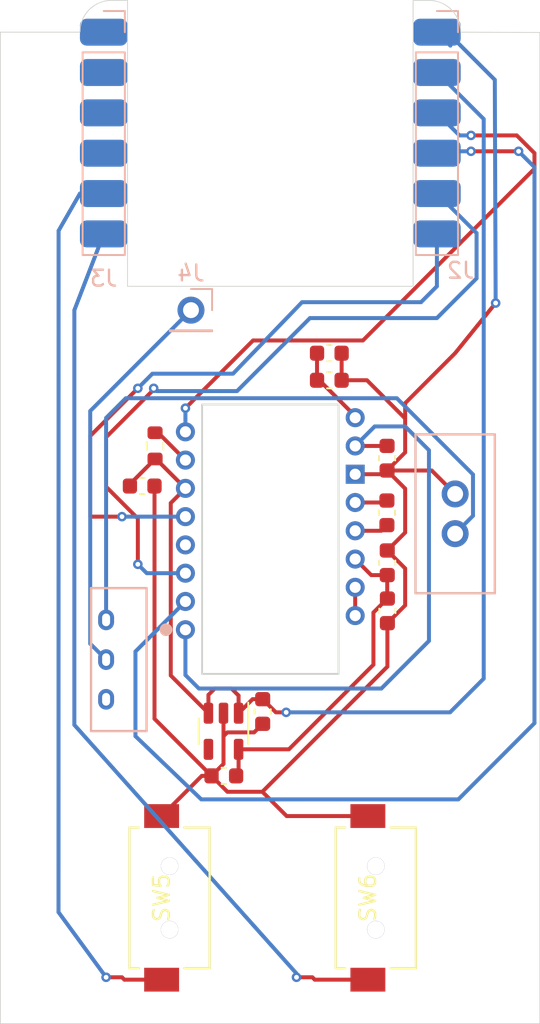
<source format=kicad_pcb>
(kicad_pcb (version 20240108) (generator "pcbnew") (generator_version "8.0")
  (layers (0 "F.Cu" signal) (31 "B.Cu" signal) (34 "B.Paste" user) (35 "F.Paste" user) (36 "B.SilkS" user "B.Silkscreen") (37 "F.SilkS" user "F.Silkscreen") (38 "B.Mask" user) (39 "F.Mask" user) (44 "Edge.Cuts" user))
  (net 0 "")
  (net 1 "GND")
  (net 2 "Net-(U2-+VCSEL)")
  (net 3 "+1V9")
  (net 4 "VCC")
  (net 5 "Net-(U2-CN)")
  (net 6 "Net-(U2-CP)")
  (net 7 "Net-(U2-VCP)")
  (net 8 "MOTION_2")
  (net 9 "NCS_2")
  (net 10 "SCLK_2")
  (net 11 "SDIO_2")
  (net 12 "Net-(U2-NRESET)")
  (net 15 "Net-(U2--VCSEL)")
  (net 16 "VBAT")
  (net 17 "BAT_p")
  (net 19 "pin1")
  (net 20 "pin2")
  (net 21 "pin3")
  (net 22 "pin4")
  (net 23 "pin5")
  (net 24 "pin6")
  (footprint "Package_TO_SOT_SMD:SOT-23-5" (layer "F.Cu") (at 77.0625 99.491 -90)
    (property "Reference" "U1" (hide yes))
    (property "Value" "TCR2EF19")
    (fp_line (start 0 1.56) (end -0.8 1.56) (stroke (width 0.12)) (layer "F.SilkS"))
    (fp_line (start 0 1.56) (end 0.8 1.56) (stroke (width 0.12)) (layer "F.SilkS"))
    (fp_line (start 0 -1.56) (end -1.8 -1.56) (stroke (width 0.12)) (layer "F.SilkS"))
    (fp_line (start 0 -1.56) (end 0.8 -1.56) (stroke (width 0.12)) (layer "F.SilkS"))
    (pad "1" smd roundrect (at -1.1375 -0.95 270) (size 1.325 0.6) (layers "F.Cu" "F.Paste" "F.Mask") (net 4 "VCC"))
    (pad "2" smd roundrect (at -1.1375 0 270) (size 1.325 0.6) (layers "F.Cu" "F.Paste" "F.Mask") (net 1 "GND"))
    (pad "3" smd roundrect (at -1.1375 0.95 270) (size 1.325 0.6) (layers "F.Cu" "F.Paste" "F.Mask") (net 4 "VCC"))
    (pad "4" smd roundrect (at 1.1375 0.95 270) (size 1.325 0.6) (layers "F.Cu" "F.Paste" "F.Mask"))
    (pad "5" smd roundrect (at 1.1375 -0.95 270) (size 1.325 0.6) (layers "F.Cu" "F.Paste" "F.Mask") (net 3 "+1V9"))
  )
  (footprint "Capacitor_SMD:C_0603_1608Metric" (layer "F.Cu") (at 87.3925 91.911 -90)
    (property "Reference" "C3" (hide yes))
    (property "Value" "3.3u/16V")
    (fp_line (start -0.14058 0.51) (end 0.14058 0.51) (stroke (width 0.12)) (layer "F.SilkS"))
    (fp_line (start -0.14058 -0.51) (end 0.14058 -0.51) (stroke (width 0.12)) (layer "F.SilkS"))
    (pad "1" smd roundrect (at -0.775 0 270) (size 0.9 0.95) (layers "F.Cu" "F.Paste" "F.Mask") (net 3 "+1V9"))
    (pad "2" smd roundrect (at 0.775 0 270) (size 0.9 0.95) (layers "F.Cu" "F.Paste" "F.Mask") (net 1 "GND"))
  )
  (footprint "Capacitor_SMD:C_0603_1608Metric" (layer "F.Cu") (at 87.3825 88.886 90)
    (property "Reference" "C2" (hide yes))
    (property "Value" "100n")
    (fp_line (start -0.14058 -0.51) (end 0.14058 -0.51) (stroke (width 0.12)) (layer "F.SilkS"))
    (fp_line (start -0.14058 0.51) (end 0.14058 0.51) (stroke (width 0.12)) (layer "F.SilkS"))
    (pad "1" smd roundrect (at -0.775 0 90) (size 0.9 0.95) (layers "F.Cu" "F.Paste" "F.Mask") (net 3 "+1V9"))
    (pad "2" smd roundrect (at 0.775 0 90) (size 0.9 0.95) (layers "F.Cu" "F.Paste" "F.Mask") (net 1 "GND"))
  )
  (footprint "Capacitor_SMD:C_0603_1608Metric" (layer "F.Cu") (at 71.9385 84.0535)
    (property "Reference" "C7" (hide yes))
    (property "Value" "100n")
    (fp_line (start -0.14058 -0.51) (end 0.14058 -0.51) (stroke (width 0.12)) (layer "F.SilkS"))
    (fp_line (start -0.14058 0.51) (end 0.14058 0.51) (stroke (width 0.12)) (layer "F.SilkS"))
    (pad "1" smd roundrect (at -0.775 0) (size 0.9 0.95) (layers "F.Cu" "F.Paste" "F.Mask") (net 4 "VCC"))
    (pad "2" smd roundrect (at 0.775 0) (size 0.9 0.95) (layers "F.Cu" "F.Paste" "F.Mask") (net 1 "GND"))
  )
  (footprint "Capacitor_SMD:C_0603_1608Metric" (layer "F.Cu") (at 87.3725 82.301 -90)
    (property "Reference" "C1" (hide yes))
    (property "Value" "10n")
    (fp_line (start -0.14058 0.51) (end 0.14058 0.51) (stroke (width 0.12)) (layer "F.SilkS"))
    (fp_line (start -0.14058 -0.51) (end 0.14058 -0.51) (stroke (width 0.12)) (layer "F.SilkS"))
    (pad "1" smd roundrect (at -0.775 0 270) (size 0.9 0.95) (layers "F.Cu" "F.Paste" "F.Mask") (net 2 "Net-(U2-+VCSEL)"))
    (pad "2" smd roundrect (at 0.775 0 270) (size 0.9 0.95) (layers "F.Cu" "F.Paste" "F.Mask") (net 1 "GND"))
  )
  (footprint "Capacitor_SMD:C_0603_1608Metric" (layer "F.Cu") (at 83.7325 77.3935)
    (property "Reference" "C8" (hide yes))
    (property "Value" "10u (X7R)")
    (fp_line (start -0.14058 -0.51) (end 0.14058 -0.51) (stroke (width 0.12)) (layer "F.SilkS"))
    (fp_line (start -0.14058 0.51) (end 0.14058 0.51) (stroke (width 0.12)) (layer "F.SilkS"))
    (pad "1" smd roundrect (at -0.775 0) (size 0.9 0.95) (layers "F.Cu" "F.Paste" "F.Mask") (net 7 "Net-(U2-VCP)"))
    (pad "2" smd roundrect (at 0.775 0) (size 0.9 0.95) (layers "F.Cu" "F.Paste" "F.Mask") (net 1 "GND"))
  )
  (footprint "Capacitor_SMD:C_0603_1608Metric" (layer "F.Cu") (at 79.5325 98.246 90)
    (property "Reference" "C4" (hide yes))
    (property "Value" "0.1u" (hide yes))
    (fp_line (start -0.14058 -0.51) (end 0.14058 -0.51) (stroke (width 0.12)) (layer "F.SilkS"))
    (fp_line (start -0.14058 0.51) (end 0.14058 0.51) (stroke (width 0.12)) (layer "F.SilkS"))
    (pad "1" smd roundrect (at -0.775 0 90) (size 0.9 0.95) (layers "F.Cu" "F.Paste" "F.Mask") (net 1 "GND"))
    (pad "2" smd roundrect (at 0.775 0 90) (size 0.9 0.95) (layers "F.Cu" "F.Paste" "F.Mask") (net 4 "VCC"))
  )
  (footprint "D2LS_21_20M:SW_D2LS-11_2_OMR" (layer "F.Cu") (at 73.6625 109.98 90)
    (property "Reference" "SW5" (at 0 -0.5 90) (layer "F.SilkS"))
    (property "Value" "D2LS-21")
    (fp_line (start 4.427003 -2.527) (end 4.427003 -1.93274) (stroke (width 0.1524)) (layer "F.SilkS"))
    (fp_line (start -4.427 -2.527) (end 4.427003 -2.527) (stroke (width 0.1524)) (layer "F.SilkS"))
    (fp_line (start -4.427 -1.93274) (end -4.427 -2.527) (stroke (width 0.1524)) (layer "F.SilkS"))
    (fp_line (start 4.427003 0.93274) (end 4.427003 2.526999) (stroke (width 0.1524)) (layer "F.SilkS"))
    (fp_line (start 4.427003 2.526999) (end -4.427 2.526999) (stroke (width 0.1524)) (layer "F.SilkS"))
    (fp_line (start -4.427 2.526999) (end -4.427 0.93274) (stroke (width 0.1524)) (layer "F.SilkS"))
    (pad "1" smd rect (at -5.149999 -0.5 90) (size 1.5 2.2) (layers "F.Cu" "F.Paste" "F.Mask") (net 23 "pin5"))
    (pad "2" smd rect (at 5.150001 -0.5 90) (size 1.5 2.2) (layers "F.Cu" "F.Paste" "F.Mask") (net 1 "GND"))
    (pad "3" thru_hole circle (at -2 0 90) (size 1.1 1.1) (drill 1.0922) (layers "*.Cu" "*.Mask"))
    (pad "4" thru_hole circle (at 2 0 90) (size 1.1 1.1) (drill 1.0922) (layers "*.Cu" "*.Mask"))
  )
  (footprint "Capacitor_SMD:C_0603_1608Metric" (layer "F.Cu") (at 87.3625 85.741 90)
    (property "Reference" "C6" (hide yes))
    (property "Value" "100n (X7R)")
    (fp_line (start -0.14058 -0.51) (end 0.14058 -0.51) (stroke (width 0.12)) (layer "F.SilkS"))
    (fp_line (start -0.14058 0.51) (end 0.14058 0.51) (stroke (width 0.12)) (layer "F.SilkS"))
    (pad "1" smd roundrect (at -0.775 0 90) (size 0.9 0.95) (layers "F.Cu" "F.Paste" "F.Mask") (net 5 "Net-(U2-CN)"))
    (pad "2" smd roundrect (at 0.775 0 90) (size 0.9 0.95) (layers "F.Cu" "F.Paste" "F.Mask") (net 6 "Net-(U2-CP)"))
  )
  (footprint "Capacitor_SMD:C_0603_1608Metric" (layer "F.Cu") (at 83.7325 75.6895)
    (property "Reference" "C9" (hide yes))
    (property "Value" "10n (X7R)")
    (fp_line (start -0.14058 -0.51) (end 0.14058 -0.51) (stroke (width 0.12)) (layer "F.SilkS"))
    (fp_line (start -0.14058 0.51) (end 0.14058 0.51) (stroke (width 0.12)) (layer "F.SilkS"))
    (pad "1" smd roundrect (at -0.775 0) (size 0.9 0.95) (layers "F.Cu" "F.Paste" "F.Mask") (net 7 "Net-(U2-VCP)"))
    (pad "2" smd roundrect (at 0.775 0) (size 0.9 0.95) (layers "F.Cu" "F.Paste" "F.Mask") (net 1 "GND"))
  )
  (footprint "Resistor_SMD:R_0603_1608Metric" (layer "F.Cu") (at 72.7485 81.5235 -90)
    (property "Reference" "R1" (hide yes))
    (property "Value" "2M" (hide yes))
    (fp_line (start -0.237258 0.5225) (end 0.237258 0.5225) (stroke (width 0.12)) (layer "F.SilkS"))
    (fp_line (start -0.237258 -0.5225) (end 0.237258 -0.5225) (stroke (width 0.12)) (layer "F.SilkS"))
    (pad "1" smd roundrect (at -0.825 0 270) (size 0.8 0.95) (layers "F.Cu" "F.Paste" "F.Mask") (net 12 "Net-(U2-NRESET)"))
    (pad "2" smd roundrect (at 0.825 0 270) (size 0.8 0.95) (layers "F.Cu" "F.Paste" "F.Mask") (net 4 "VCC"))
  )
  (footprint "D2LS_21_20M:SW_D2LS-11_2_OMR" (layer "F.Cu") (at 86.6625 109.98 90)
    (property "Reference" "SW6" (at 0 -0.5 90) (layer "F.SilkS"))
    (property "Value" "D2LS-21")
    (fp_line (start 4.427003 -2.527) (end 4.427003 -1.93274) (stroke (width 0.1524)) (layer "F.SilkS"))
    (fp_line (start -4.427 -2.527) (end 4.427003 -2.527) (stroke (width 0.1524)) (layer "F.SilkS"))
    (fp_line (start -4.427 -1.93274) (end -4.427 -2.527) (stroke (width 0.1524)) (layer "F.SilkS"))
    (fp_line (start 4.427003 0.93274) (end 4.427003 2.526999) (stroke (width 0.1524)) (layer "F.SilkS"))
    (fp_line (start 4.427003 2.526999) (end -4.427 2.526999) (stroke (width 0.1524)) (layer "F.SilkS"))
    (fp_line (start -4.427 2.526999) (end -4.427 0.93274) (stroke (width 0.1524)) (layer "F.SilkS"))
    (pad "1" smd rect (at -5.149999 -0.5 90) (size 1.5 2.2) (layers "F.Cu" "F.Paste" "F.Mask") (net 24 "pin6"))
    (pad "2" smd rect (at 5.150001 -0.5 90) (size 1.5 2.2) (layers "F.Cu" "F.Paste" "F.Mask") (net 1 "GND"))
    (pad "3" thru_hole circle (at -2 0 90) (size 1.1 1.1) (drill 1.0922) (layers "*.Cu" "*.Mask"))
    (pad "4" thru_hole circle (at 2 0 90) (size 1.1 1.1) (drill 1.0922) (layers "*.Cu" "*.Mask"))
  )
  (footprint "Capacitor_SMD:C_0603_1608Metric" (layer "F.Cu") (at 77.0825 102.301 180)
    (property "Reference" "C5" (hide yes))
    (property "Value" "1u" (hide yes))
    (fp_line (start -0.14058 0.51) (end 0.14058 0.51) (stroke (width 0.12)) (layer "F.SilkS"))
    (fp_line (start -0.14058 -0.51) (end 0.14058 -0.51) (stroke (width 0.12)) (layer "F.SilkS"))
    (pad "1" smd roundrect (at -0.775 0 180) (size 0.9 0.95) (layers "F.Cu" "F.Paste" "F.Mask") (net 3 "+1V9"))
    (pad "2" smd roundrect (at 0.775 0 180) (size 0.9 0.95) (layers "F.Cu" "F.Paste" "F.Mask") (net 1 "GND"))
  )
  (footprint "Connector_PinHeader_2.54mm:PinHeader_1x06_P2.54mm_Vertical" (layer "B.Cu") (at 69.5125 55.48 180)
    (property "Reference" "J3" (at 0 -15.5 0) (layer "B.SilkS") (effects (justify mirror)))
    (property "Value" "Conn_01x06")
    (fp_line (start 1.33 -1.27) (end 1.33 -14.03) (stroke (width 0.12)) (layer "B.SilkS"))
    (fp_line (start -1.33 1.33) (end 0 1.33) (stroke (width 0.12)) (layer "B.SilkS"))
    (fp_line (start -1.33 0) (end -1.33 1.33) (stroke (width 0.12)) (layer "B.SilkS"))
    (fp_line (start -1.33 -1.27) (end 1.33 -1.27) (stroke (width 0.12)) (layer "B.SilkS"))
    (fp_line (start -1.33 -1.27) (end -1.33 -14.03) (stroke (width 0.12)) (layer "B.SilkS"))
    (fp_line (start -1.33 -14.03) (end 1.33 -14.03) (stroke (width 0.12)) (layer "B.SilkS"))
    (pad "1" smd roundrect (at 0 0 180) (size 3 1.7) (layers "B.Cu" "B.Paste" "B.Mask") (net 19 "pin1"))
    (pad "2" smd roundrect (at 0 -2.54 180) (size 3 1.7) (layers "B.Cu" "B.Paste" "B.Mask") (net 20 "pin2"))
    (pad "3" smd roundrect (at 0 -5.08 180) (size 3 1.7) (layers "B.Cu" "B.Paste" "B.Mask") (net 21 "pin3"))
    (pad "4" smd roundrect (at 0 -7.62 180) (size 3 1.7) (layers "B.Cu" "B.Paste" "B.Mask") (net 22 "pin4"))
    (pad "5" smd roundrect (at 0 -10.16 180) (size 3 1.7) (layers "B.Cu" "B.Paste" "B.Mask") (net 23 "pin5"))
    (pad "6" smd roundrect (at 0 -12.7 180) (size 3 1.7) (layers "B.Cu" "B.Paste" "B.Mask") (net 24 "pin6"))
  )
  (footprint "Connector_PinHeader_2.54mm:PinHeader_1x06_P2.54mm_Vertical" (layer "B.Cu") (at 90.5125 55.48 180)
    (property "Reference" "J2" (at -1.5 -15 0) (layer "B.SilkS") (effects (justify mirror)))
    (property "Value" "Conn_01x06")
    (fp_line (start 1.33 -1.27) (end 1.33 -14.03) (stroke (width 0.12)) (layer "B.SilkS"))
    (fp_line (start -1.33 1.33) (end 0 1.33) (stroke (width 0.12)) (layer "B.SilkS"))
    (fp_line (start -1.33 0) (end -1.33 1.33) (stroke (width 0.12)) (layer "B.SilkS"))
    (fp_line (start -1.33 -1.27) (end 1.33 -1.27) (stroke (width 0.12)) (layer "B.SilkS"))
    (fp_line (start -1.33 -1.27) (end -1.33 -14.03) (stroke (width 0.12)) (layer "B.SilkS"))
    (fp_line (start -1.33 -14.03) (end 1.33 -14.03) (stroke (width 0.12)) (layer "B.SilkS"))
    (pad "1" smd roundrect (at 0 0 180) (size 3 1.7) (layers "B.Cu" "B.Paste" "B.Mask") (net 1 "GND"))
    (pad "2" smd roundrect (at 0 -2.54 180) (size 3 1.7) (layers "B.Cu" "B.Paste" "B.Mask") (net 4 "VCC"))
    (pad "3" smd roundrect (at 0 -5.08 180) (size 3 1.7) (layers "B.Cu" "B.Paste" "B.Mask") (net 8 "MOTION_2"))
    (pad "4" smd roundrect (at 0 -7.62 180) (size 3 1.7) (layers "B.Cu" "B.Paste" "B.Mask") (net 11 "SDIO_2"))
    (pad "5" smd roundrect (at 0 -10.16 180) (size 3 1.7) (layers "B.Cu" "B.Paste" "B.Mask") (net 10 "SCLK_2"))
    (pad "6" smd roundrect (at 0 -12.7 180) (size 3 1.7) (layers "B.Cu" "B.Paste" "B.Mask") (net 9 "NCS_2"))
  )
  (footprint "Connector_PinHeader_2.54mm:PinHeader_1x01_P2.54mm_Vertical" (layer "B.Cu") (at 75.0125 72.98 180)
    (property "Reference" "J4" (at 0 2.33 0) (layer "B.SilkS") (effects (justify mirror)))
    (property "Value" "Conn_01x01")
    (fp_line (start 1.33 -1.27) (end 1.33 -1.33) (stroke (width 0.12)) (layer "B.SilkS"))
    (fp_line (start -1.33 1.33) (end 0 1.33) (stroke (width 0.12)) (layer "B.SilkS"))
    (fp_line (start -1.33 0) (end -1.33 1.33) (stroke (width 0.12)) (layer "B.SilkS"))
    (fp_line (start -1.33 -1.27) (end 1.33 -1.27) (stroke (width 0.12)) (layer "B.SilkS"))
    (fp_line (start -1.33 -1.27) (end -1.33 -1.33) (stroke (width 0.12)) (layer "B.SilkS"))
    (fp_line (start -1.33 -1.33) (end 1.33 -1.33) (stroke (width 0.12)) (layer "B.SilkS"))
    (pad "1" thru_hole circle (at 0 0 180) (size 1.7 1.7) (drill 1) (layers "*.Cu" "*.Mask") (net 17 "BAT_p"))
  )
  (footprint "mylib:PMW3610" (layer "B.Cu") (at 74.6625 93.1)
    (property "Reference" "U2" (hide yes))
    (property "Value" "PMW3610")
    (fp_circle (center -1.225 0) (end -1.025 0) (stroke (width 0.4)) (fill none) (layer "B.SilkS"))
    (fp_line (start 1.05 -14.18) (end 9.65 -14.18) (stroke (width 0.12)) (layer "Edge.Cuts"))
    (fp_line (start 1.05 2.78) (end 1.05 -14.18) (stroke (width 0.12)) (layer "Edge.Cuts"))
    (fp_line (start 1.05 2.78) (end 9.65 2.78) (stroke (width 0.12)) (layer "Edge.Cuts"))
    (fp_line (start 9.65 2.78) (end 9.65 -14.18) (stroke (width 0.12)) (layer "Edge.Cuts"))
    (pad "1" thru_hole circle (at 0 0) (size 1.2 1.2) (drill 0.7) (layers "*.Cu" "*.Mask") (net 2 "Net-(U2-+VCSEL)"))
    (pad "2" thru_hole circle (at 0 -1.78) (size 1.2 1.2) (drill 0.7) (layers "*.Cu" "*.Mask") (net 11 "SDIO_2"))
    (pad "3" thru_hole circle (at 0 -3.56) (size 1.2 1.2) (drill 0.7) (layers "*.Cu" "*.Mask") (net 10 "SCLK_2"))
    (pad "4" thru_hole circle (at 0 -5.34) (size 1.2 1.2) (drill 0.7) (layers "*.Cu" "*.Mask"))
    (pad "5" thru_hole circle (at 0 -7.12) (size 1.2 1.2) (drill 0.7) (layers "*.Cu" "*.Mask") (net 9 "NCS_2"))
    (pad "6" thru_hole circle (at 0 -8.9) (size 1.2 1.2) (drill 0.7) (layers "*.Cu" "*.Mask") (net 4 "VCC"))
    (pad "7" thru_hole circle (at 0 -10.68) (size 1.2 1.2) (drill 0.7) (layers "*.Cu" "*.Mask") (net 12 "Net-(U2-NRESET)"))
    (pad "8" thru_hole circle (at 0 -12.46) (size 1.2 1.2) (drill 0.7) (layers "*.Cu" "*.Mask") (net 8 "MOTION_2"))
    (pad "9" thru_hole circle (at 10.7 -13.35) (size 1.2 1.2) (drill 0.7) (layers "*.Cu" "*.Mask") (net 7 "Net-(U2-VCP)"))
    (pad "10" thru_hole circle (at 10.7 -11.57) (size 1.2 1.2) (drill 0.7) (layers "*.Cu" "*.Mask") (net 2 "Net-(U2-+VCSEL)"))
    (pad "11" thru_hole rect (at 10.7 -9.79) (size 1.2 1.2) (drill 0.7) (layers "*.Cu" "*.Mask") (net 1 "GND"))
    (pad "12" thru_hole circle (at 10.7 -8.01) (size 1.2 1.2) (drill 0.7) (layers "*.Cu" "*.Mask") (net 6 "Net-(U2-CP)"))
    (pad "13" thru_hole circle (at 10.7 -6.23) (size 1.2 1.2) (drill 0.7) (layers "*.Cu" "*.Mask") (net 5 "Net-(U2-CN)"))
    (pad "14" thru_hole circle (at 10.7 -4.45) (size 1.2 1.2) (drill 0.7) (layers "*.Cu" "*.Mask") (net 3 "+1V9"))
    (pad "15" thru_hole circle (at 10.7 -2.67) (size 1.2 1.2) (drill 0.7) (layers "*.Cu" "*.Mask") (net 15 "Net-(U2--VCSEL)"))
    (pad "16" thru_hole circle (at 10.7 -0.89) (size 1.2 1.2) (drill 0.7) (layers "*.Cu" "*.Mask") (net 15 "Net-(U2--VCSEL)"))
  )
  (footprint "kbd_Parts:Battery_2pin" (layer "B.Cu") (at 91.6625 85.801 90)
    (property "Reference" "J1")
    (property "Value" "Conn_01x02" (hide yes))
    (fp_line (start 5 -2.5) (end -5 -2.5) (stroke (width 0.15)) (layer "B.SilkS"))
    (fp_line (start -5 -2.5) (end -5 2.5) (stroke (width 0.15)) (layer "B.SilkS"))
    (fp_line (start 5 2.5) (end 5 -2.5) (stroke (width 0.15)) (layer "B.SilkS"))
    (fp_line (start -5 2.5) (end 5 2.5) (stroke (width 0.15)) (layer "B.SilkS"))
    (pad "1" thru_hole oval (at -1.249999 0 90) (size 1.7 1.7) (drill oval 1) (layers "*.Cu" "*.Mask") (net 16 "VBAT") (clearance 0.15))
    (pad "2" thru_hole oval (at 1.249999 0 90) (size 1.7 1.7) (drill oval 1) (layers "*.Cu" "*.Mask") (net 1 "GND") (clearance 0.15))
  )
  (footprint "kbd_Parts:TGSW_MSK-12D19" (layer "B.Cu") (at 70.7125 94.98 90)
    (property "Reference" "PSW1")
    (property "Value" "SW_SPDT" (hide yes))
    (fp_line (start 4.5 -2) (end -4.5 -2) (stroke (width 0.15)) (layer "B.SilkS"))
    (fp_line (start -4.5 -2) (end -4.5 1.5) (stroke (width 0.15)) (layer "B.SilkS"))
    (fp_line (start 4.5 1.5) (end 4.5 -2) (stroke (width 0.15)) (layer "B.SilkS"))
    (fp_line (start -4.5 1.5) (end 4.5 1.5) (stroke (width 0.15)) (layer "B.SilkS"))
    (pad "1" thru_hole oval (at -2.5 -1.05 90) (size 1.3 1) (drill oval 0.8 0.5) (layers "*.Cu" "*.Mask") (clearance 0.15))
    (pad "2" thru_hole oval (at 0 -1.05 90) (size 1.3 1) (drill oval 0.8 0.5) (layers "*.Cu" "*.Mask") (net 17 "BAT_p") (clearance 0.15))
    (pad "3" thru_hole oval (at 2.5 -1.05 90) (size 1.3 1) (drill oval 0.8 0.5) (layers "*.Cu" "*.Mask") (net 16 "VBAT") (clearance 0.15))
  )
  (gr_arc (start 68.0125 55.48) (mid 68.598286 54.065786) (end 70.0125 53.48) (stroke (width 0.05)) (layer "Edge.Cuts"))
  (gr_arc (start 90.0125 53.48) (mid 91.426714 54.065786) (end 92.0125 55.48) (stroke (width 0.05)) (layer "Edge.Cuts"))
  (gr_line (start 89.0125 71.48) (end 89.0125 53.48) (stroke (width 0.05)) (layer "Edge.Cuts"))
  (gr_line (start 68.0125 55.48) (end 63 55.48) (stroke (width 0.05)) (layer "Edge.Cuts"))
  (gr_line (start 71.0125 71.48) (end 89.0125 71.48) (stroke (width 0.05)) (layer "Edge.Cuts"))
  (gr_line (start 71.0125 71.48) (end 71.0125 53.48) (stroke (width 0.05)) (layer "Edge.Cuts"))
  (gr_line (start 90.0125 53.48) (end 89.0125 53.48) (stroke (width 0.05)) (layer "Edge.Cuts"))
  (gr_line (start 97 55.5) (end 92.0125 55.48) (stroke (width 0.05)) (layer "Edge.Cuts"))
  (gr_line (start 63 55.48) (end 63 117.9) (stroke (width 0.05)) (layer "Edge.Cuts"))
  (gr_line (start 97 117.9) (end 97 55.5) (stroke (width 0.05)) (layer "Edge.Cuts"))
  (gr_line (start 63 117.9) (end 97 117.9) (stroke (width 0.05)) (layer "Edge.Cuts"))
  (gr_line (start 70.0125 53.48) (end 71.0125 53.48) (stroke (width 0.05)) (layer "Edge.Cuts"))
  (segment (start 88.5125 86.981) (end 88.5125 84.216) (width 0.25) (layer "F.Cu") (net 1))
  (segment (start 75.691499 102.301) (end 76.3075 102.301) (width 0.25) (layer "F.Cu") (net 1))
  (segment (start 86.1625 104.829999) (end 81.041499 104.829999) (width 0.25) (layer "F.Cu") (net 1))
  (segment (start 91.6625 84.551001) (end 90.187499 83.076) (width 0.25) (layer "F.Cu") (net 1))
  (segment (start 88.5125 91.566) (end 88.5125 89.241) (width 0.25) (layer "F.Cu") (net 1))
  (segment (start 72.7135 98.707) (end 76.3075 102.301) (width 0.25) (layer "F.Cu") (net 1))
  (segment (start 81.041499 104.829999) (end 79.5125 103.301) (width 0.25) (layer "F.Cu") (net 1))
  (segment (start 72.7135 84.0535) (end 72.7135 98.707) (width 0.25) (layer "F.Cu") (net 1))
  (segment (start 77.0625 99.801) (end 77.0625 101.546) (width 0.25) (layer "F.Cu") (net 1))
  (segment (start 73.1625 104.829999) (end 75.691499 102.301) (width 0.25) (layer "F.Cu") (net 1))
  (segment (start 88.5125 78.8395) (end 88.5125 79.801) (width 0.25) (layer "F.Cu") (net 1))
  (segment (start 87.1385 83.31) (end 87.3725 83.076) (width 0.25) (layer "F.Cu") (net 1))
  (segment (start 87.3925 95.421) (end 79.5125 103.301) (width 0.25) (layer "F.Cu") (net 1))
  (segment (start 77.0625 98.3535) (end 77.0625 99.801) (width 0.25) (layer "F.Cu") (net 1))
  (segment (start 77.0625 101.546) (end 76.3075 102.301) (width 0.25) (layer "F.Cu") (net 1))
  (segment (start 77.300876 99.562624) (end 77.0625 99.801) (width 0.25) (layer "F.Cu") (net 1))
  (segment (start 87.3925 92.686) (end 87.3925 95.421) (width 0.25) (layer "F.Cu") (net 1))
  (segment (start 84.5075 75.6895) (end 84.5075 77.3935) (width 0.25) (layer "F.Cu") (net 1))
  (segment (start 85.3625 83.31) (end 87.1385 83.31) (width 0.25) (layer "F.Cu") (net 1))
  (segment (start 87.3825 88.111) (end 88.5125 86.981) (width 0.25) (layer "F.Cu") (net 1))
  (segment (start 86.105 77.3935) (end 88.5125 79.801) (width 0.25) (layer "F.Cu") (net 1))
  (segment (start 79.5325 99.021) (end 78.990876 99.562624) (width 0.25) (layer "F.Cu") (net 1))
  (segment (start 88.5125 84.216) (end 87.3725 83.076) (width 0.25) (layer "F.Cu") (net 1))
  (segment (start 78.990876 99.562624) (end 77.300876 99.562624) (width 0.25) (layer "F.Cu") (net 1))
  (segment (start 90.187499 83.076) (end 87.3725 83.076) (width 0.25) (layer "F.Cu") (net 1))
  (segment (start 94.215373 72.532873) (end 91.6625 75.6895) (width 0.25) (layer "F.Cu") (net 1))
  (segment (start 84.5075 77.3935) (end 86.105 77.3935) (width 0.25) (layer "F.Cu") (net 1))
  (segment (start 91.6625 75.6895) (end 88.5125 78.8395) (width 0.25) (layer "F.Cu") (net 1))
  (segment (start 88.5125 89.241) (end 87.3825 88.111) (width 0.25) (layer "F.Cu") (net 1))
  (segment (start 88.5125 79.801) (end 88.5125 81.936) (width 0.25) (layer "F.Cu") (net 1))
  (segment (start 77.3075 103.301) (end 76.3075 102.301) (width 0.25) (layer "F.Cu") (net 1))
  (segment (start 88.5125 81.936) (end 87.3725 83.076) (width 0.25) (layer "F.Cu") (net 1))
  (segment (start 79.5125 103.301) (end 77.3075 103.301) (width 0.25) (layer "F.Cu") (net 1))
  (segment (start 87.3925 92.686) (end 88.5125 91.566) (width 0.25) (layer "F.Cu") (net 1))
  (via (at 94.215373 72.532873) (size 0.6) (drill 0.3) (layers "F.Cu" "B.Cu") (net 1))
  (segment (start 91.3625 56.33) (end 90.5125 55.48) (width 0.25) (layer "B.Cu") (net 1))
  (segment (start 94.1625 58.48) (end 91.1625 55.48) (width 0.25) (layer "B.Cu") (net 1))
  (segment (start 91.1625 55.48) (end 90.5125 55.48) (width 0.25) (layer "B.Cu") (net 1))
  (segment (start 94.215373 72.532873) (end 94.1625 58.48) (width 0.25) (layer "B.Cu") (net 1))
  (segment (start 87.3685 81.53) (end 87.3725 81.526) (width 0.25) (layer "F.Cu") (net 2))
  (segment (start 85.3625 81.53) (end 87.3685 81.53) (width 0.25) (layer "F.Cu") (net 2))
  (segment (start 90.0125 81.801) (end 88.5125 80.301) (width 0.25) (layer "B.Cu") (net 2))
  (segment (start 86.5915 80.301) (end 85.3625 81.53) (width 0.25) (layer "B.Cu") (net 2))
  (segment (start 87.0125 96.801) (end 90.0125 93.801) (width 0.25) (layer "B.Cu") (net 2))
  (segment (start 74.6625 95.951) (end 75.5125 96.801) (width 0.25) (layer "B.Cu") (net 2))
  (segment (start 74.6625 93.1) (end 74.6625 95.951) (width 0.25) (layer "B.Cu") (net 2))
  (segment (start 88.5125 80.301) (end 86.5915 80.301) (width 0.25) (layer "B.Cu") (net 2))
  (segment (start 75.5125 96.801) (end 87.0125 96.801) (width 0.25) (layer "B.Cu") (net 2))
  (segment (start 90.0125 93.801) (end 90.0125 81.801) (width 0.25) (layer "B.Cu") (net 2))
  (segment (start 86.5125 92.016) (end 87.3925 91.136) (width 0.25) (layer "F.Cu") (net 3))
  (segment (start 81.185 100.6285) (end 86.5125 95.301) (width 0.25) (layer "F.Cu") (net 3))
  (segment (start 78.0125 102.146) (end 77.8575 102.301) (width 0.25) (layer "F.Cu") (net 3))
  (segment (start 78.0125 100.6285) (end 81.185 100.6285) (width 0.25) (layer "F.Cu") (net 3))
  (segment (start 86.5125 95.301) (end 86.5125 92.016) (width 0.25) (layer "F.Cu") (net 3))
  (segment (start 87.3825 91.126) (end 87.3925 91.136) (width 0.25) (layer "F.Cu") (net 3))
  (segment (start 86.3735 89.661) (end 85.3625 88.65) (width 0.25) (layer "F.Cu") (net 3))
  (segment (start 78.0125 100.6285) (end 78.0125 102.146) (width 0.25) (layer "F.Cu") (net 3))
  (segment (start 87.3825 89.661) (end 86.3735 89.661) (width 0.25) (layer "F.Cu") (net 3))
  (segment (start 87.3825 89.661) (end 87.3825 91.126) (width 0.25) (layer "F.Cu") (net 3))
  (segment (start 76.5125 96.801) (end 77.5675 96.801) (width 0.25) (layer "F.Cu") (net 4))
  (segment (start 78.0125 97.246) (end 78.0125 98.3535) (width 0.25) (layer "F.Cu") (net 4))
  (segment (start 81.0125 98.301) (end 80.3625 98.301) (width 0.25) (layer "F.Cu") (net 4))
  (segment (start 73.7375 85.125) (end 73.7375 95.9785) (width 0.25) (layer "F.Cu") (net 4))
  (segment (start 76.1125 98.3535) (end 76.1125 97.201) (width 0.25) (layer "F.Cu") (net 4))
  (segment (start 71.1635 84.0535) (end 71.1635 83.9335) (width 0.25) (layer "F.Cu") (net 4))
  (segment (start 72.811 82.3485) (end 74.6625 84.2) (width 0.25) (layer "F.Cu") (net 4))
  (segment (start 80.3625 98.301) (end 79.5325 97.471) (width 0.25) (layer "F.Cu") (net 4))
  (segment (start 79.5325 97.471) (end 78.895 97.471) (width 0.25) (layer "F.Cu") (net 4))
  (segment (start 72.7485 82.3485) (end 72.811 82.3485) (width 0.25) (layer "F.Cu") (net 4))
  (segment (start 74.6625 84.2) (end 73.7375 85.125) (width 0.25) (layer "F.Cu") (net 4))
  (segment (start 73.7375 95.9785) (end 76.1125 98.3535) (width 0.25) (layer "F.Cu") (net 4))
  (segment (start 77.5675 96.801) (end 78.0125 97.246) (width 0.25) (layer "F.Cu") (net 4))
  (segment (start 78.895 97.471) (end 78.0125 98.3535) (width 0.25) (layer "F.Cu") (net 4))
  (segment (start 76.1125 97.201) (end 76.5125 96.801) (width 0.25) (layer "F.Cu") (net 4))
  (segment (start 71.1635 83.9335) (end 72.7485 82.3485) (width 0.25) (layer "F.Cu") (net 4))
  (via (at 81.0125 98.301) (size 0.6) (drill 0.3) (layers "F.Cu" "B.Cu") (net 4))
  (segment (start 91.3415 98.301) (end 93.4625 96.18) (width 0.25) (layer "B.Cu") (net 4))
  (segment (start 90.53316 58.02) (end 90.5125 58.02) (width 0.25) (layer "B.Cu") (net 4))
  (segment (start 81.0125 98.301) (end 91.3415 98.301) (width 0.25) (layer "B.Cu") (net 4))
  (segment (start 91.4725 58.02) (end 90.5125 58.02) (width 0.25) (layer "B.Cu") (net 4))
  (segment (start 93.4625 60.94934) (end 90.53316 58.02) (width 0.25) (layer "B.Cu") (net 4))
  (segment (start 93.4625 96.18) (end 93.4625 60.94934) (width 0.25) (layer "B.Cu") (net 4))
  (segment (start 87.0085 86.87) (end 87.3625 86.516) (width 0.25) (layer "F.Cu") (net 5))
  (segment (start 85.3625 86.87) (end 87.0085 86.87) (width 0.25) (layer "F.Cu") (net 5))
  (segment (start 85.3625 85.09) (end 87.2385 85.09) (width 0.25) (layer "F.Cu") (net 6))
  (segment (start 87.2385 85.09) (end 87.3625 84.966) (width 0.25) (layer "F.Cu") (net 6))
  (segment (start 82.9575 77.3935) (end 82.9575 75.6895) (width 0.25) (layer "F.Cu") (net 7))
  (segment (start 83.105 77.3935) (end 82.9575 77.3935) (width 0.25) (layer "F.Cu") (net 7))
  (segment (start 85.3625 79.75) (end 85.3625 79.651) (width 0.25) (layer "F.Cu") (net 7))
  (segment (start 85.3625 79.651) (end 83.105 77.3935) (width 0.25) (layer "F.Cu") (net 7))
  (segment (start 96.6625 64.077487) (end 85.850487 74.8895) (width 0.25) (layer "F.Cu") (net 8))
  (segment (start 78.924 74.8895) (end 74.6625 79.151) (width 0.25) (layer "F.Cu") (net 8))
  (segment (start 85.850487 74.8895) (end 78.924 74.8895) (width 0.25) (layer "F.Cu") (net 8))
  (segment (start 96.6625 63.096116) (end 96.6625 64.077487) (width 0.25) (layer "F.Cu") (net 8))
  (segment (start 92.6625 61.98) (end 95.546384 61.98) (width 0.25) (layer "F.Cu") (net 8))
  (segment (start 95.546384 61.98) (end 96.6625 63.096116) (width 0.25) (layer "F.Cu") (net 8))
  (via (at 74.6625 79.151) (size 0.6) (drill 0.3) (layers "F.Cu" "B.Cu") (net 8))
  (via (at 92.6625 61.98) (size 0.6) (drill 0.3) (layers "F.Cu" "B.Cu") (net 8))
  (segment (start 74.6625 79.151) (end 74.6625 80.64) (width 0.25) (layer "B.Cu") (net 8))
  (segment (start 90.5675 60.505) (end 90.5125 60.56) (width 0.25) (layer "B.Cu") (net 8))
  (segment (start 91.9325 61.98) (end 92.6625 61.98) (width 0.25) (layer "B.Cu") (net 8))
  (segment (start 90.5125 60.56) (end 91.9325 61.98) (width 0.25) (layer "B.Cu") (net 8))
  (segment (start 68.6625 80.901) (end 68.6625 85.98) (width 0.25) (layer "F.Cu") (net 9))
  (segment (start 71.6625 77.901) (end 68.6625 80.901) (width 0.25) (layer "F.Cu") (net 9))
  (segment (start 68.6625 85.98) (end 70.6625 85.98) (width 0.25) (layer "F.Cu") (net 9))
  (via (at 70.6625 85.98) (size 0.6) (drill 0.3) (layers "F.Cu" "B.Cu") (net 9))
  (via (at 71.6625 77.901) (size 0.6) (drill 0.3) (layers "F.Cu" "B.Cu") (net 9))
  (segment (start 77.6625 76.98) (end 82.0125 72.48) (width 0.25) (layer "B.Cu") (net 9))
  (segment (start 82.0125 72.48) (end 89.5125 72.48) (width 0.25) (layer "B.Cu") (net 9))
  (segment (start 70.6625 85.98) (end 74.6625 85.98) (width 0.25) (layer "B.Cu") (net 9))
  (segment (start 90.5125 71.48) (end 90.5125 68.18) (width 0.25) (layer "B.Cu") (net 9))
  (segment (start 77.6625 76.98) (end 72.5835 76.98) (width 0.25) (layer "B.Cu") (net 9))
  (segment (start 89.5125 72.48) (end 90.5125 71.48) (width 0.25) (layer "B.Cu") (net 9))
  (segment (start 72.5835 76.98) (end 71.6625 77.901) (width 0.25) (layer "B.Cu") (net 9))
  (segment (start 71.6625 86.096116) (end 71.6625 88.98) (width 0.25) (layer "F.Cu") (net 10))
  (segment (start 72.6625 77.901) (end 72.6625 77.98) (width 0.25) (layer "F.Cu") (net 10))
  (segment (start 69.6625 84.096116) (end 71.6625 86.096116) (width 0.25) (layer "F.Cu") (net 10))
  (segment (start 72.6625 77.98) (end 69.6625 80.98) (width 0.25) (layer "F.Cu") (net 10))
  (segment (start 69.6625 80.98) (end 69.6625 84.096116) (width 0.25) (layer "F.Cu") (net 10))
  (via (at 71.6625 88.98) (size 0.6) (drill 0.3) (layers "F.Cu" "B.Cu") (net 10))
  (via (at 72.6625 77.901) (size 0.6) (drill 0.3) (layers "F.Cu" "B.Cu") (net 10))
  (segment (start 72.2225 89.54) (end 74.6625 89.54) (width 0.25) (layer "B.Cu") (net 10))
  (segment (start 93.0125 68.126738) (end 90.525762 65.64) (width 0.25) (layer "B.Cu") (net 10))
  (segment (start 72.8375 78.076) (end 72.6625 77.901) (width 0.25) (layer "B.Cu") (net 10))
  (segment (start 82.5125 73.48) (end 77.9165 78.076) (width 0.25) (layer "B.Cu") (net 10))
  (segment (start 74.6625 89.651) (end 74.5125 89.801) (width 0.25) (layer "B.Cu") (net 10))
  (segment (start 93.0125 70.98) (end 93.0125 68.126738) (width 0.25) (layer "B.Cu") (net 10))
  (segment (start 74.6625 89.54) (end 74.6625 89.651) (width 0.25) (layer "B.Cu") (net 10))
  (segment (start 90.525762 65.64) (end 90.5125 65.64) (width 0.25) (layer "B.Cu") (net 10))
  (segment (start 77.9165 78.076) (end 72.8375 78.076) (width 0.25) (layer "B.Cu") (net 10))
  (segment (start 82.5125 73.48) (end 90.5125 73.48) (width 0.25) (layer "B.Cu") (net 10))
  (segment (start 90.5125 73.48) (end 93.0125 70.98) (width 0.25) (layer "B.Cu") (net 10))
  (segment (start 71.6625 88.98) (end 72.2225 89.54) (width 0.25) (layer "B.Cu") (net 10))
  (segment (start 95.6625 62.98) (end 92.6625 62.98) (width 0.25) (layer "F.Cu") (net 11))
  (via (at 92.6625 62.98) (size 0.6) (drill 0.3) (layers "F.Cu" "B.Cu") (net 11))
  (via (at 95.6625 62.98) (size 0.6) (drill 0.3) (layers "F.Cu" "B.Cu") (net 11))
  (segment (start 96.6625 98.98) (end 92.1125 103.53) (width 0.25) (layer "B.Cu") (net 11))
  (segment (start 96.6625 98.98) (end 96.6625 63.98) (width 0.25) (layer "B.Cu") (net 11))
  (segment (start 92.6625 62.98) (end 90.6325 62.98) (width 0.25) (layer "B.Cu") (net 11))
  (segment (start 90.6325 62.98) (end 90.5125 63.1) (width 0.25) (layer "B.Cu") (net 11))
  (segment (start 71.5125 94.47) (end 71.5125 99.801) (width 0.25) (layer "B.Cu") (net 11))
  (segment (start 75.6625 103.78) (end 91.8625 103.78) (width 0.25) (layer "B.Cu") (net 11))
  (segment (start 96.6625 63.98) (end 95.6625 62.98) (width 0.25) (layer "B.Cu") (net 11))
  (segment (start 71.5125 99.801) (end 75.6625 103.78) (width 0.25) (layer "B.Cu") (net 11))
  (segment (start 91.8625 103.78) (end 92.1125 103.53) (width 0.25) (layer "B.Cu") (net 11))
  (segment (start 74.6625 91.32) (end 71.5125 94.47) (width 0.25) (layer "B.Cu") (net 11))
  (segment (start 72.7485 80.6985) (end 72.941 80.6985) (width 0.25) (layer "F.Cu") (net 12))
  (segment (start 72.941 80.6985) (end 74.6625 82.42) (width 0.25) (layer "F.Cu") (net 12))
  (segment (start 85.3625 90.43) (end 85.3625 92.21) (width 0.25) (layer "F.Cu") (net 15))
  (segment (start 69.6625 79.767116) (end 70.903616 78.526) (width 0.25) (layer "B.Cu") (net 16))
  (segment (start 92.7875 83.326) (end 92.7875 85.925999) (width 0.25) (layer "B.Cu") (net 16))
  (segment (start 87.9875 78.526) (end 92.7875 83.326) (width 0.25) (layer "B.Cu") (net 16))
  (segment (start 69.6625 92.48) (end 69.6625 79.767116) (width 0.25) (layer "B.Cu") (net 16))
  (segment (start 92.7875 85.925999) (end 91.6625 87.050999) (width 0.25) (layer "B.Cu") (net 16))
  (segment (start 87.9875 78.526) (end 70.903616 78.526) (width 0.25) (layer "B.Cu") (net 16))
  (segment (start 68.6625 79.33) (end 68.6625 93.98) (width 0.25) (layer "B.Cu") (net 17))
  (segment (start 75.0125 72.98) (end 68.6625 79.33) (width 0.25) (layer "B.Cu") (net 17))
  (segment (start 68.6625 93.98) (end 69.6625 94.98) (width 0.25) (layer "B.Cu") (net 17))
  (segment (start 69.5125 57.98) (end 69.5125 58.02) (width 0.25) (layer "B.Cu") (net 20))
  (segment (start 69.5125 60.56) (end 69.4325 60.48) (width 0.25) (layer "B.Cu") (net 21))
  (segment (start 69.6625 114.98) (end 70.6625 114.98) (width 0.25) (layer "F.Cu") (net 23))
  (segment (start 70.812499 115.129999) (end 73.1625 115.129999) (width 0.25) (layer "F.Cu") (net 23))
  (segment (start 70.6625 114.98) (end 70.812499 115.129999) (width 0.25) (layer "F.Cu") (net 23))
  (via (at 69.6625 114.98) (size 0.6) (drill 0.3) (layers "F.Cu" "B.Cu") (net 23))
  (segment (start 66.6625 110.88) (end 69.6625 114.98) (width 0.25) (layer "B.Cu") (net 23))
  (segment (start 68.0125 65.64) (end 66.6675 67.98) (width 0.25) (layer "B.Cu") (net 23))
  (segment (start 66.6675 67.98) (end 66.6625 110.88) (width 0.25) (layer "B.Cu") (net 23))
  (segment (start 69.5125 65.64) (end 68.0125 65.64) (width 0.25) (layer "B.Cu") (net 23))
  (segment (start 82.6625 114.98) (end 82.812499 115.129999) (width 0.25) (layer "F.Cu") (net 24))
  (segment (start 81.6625 114.98) (end 82.6625 114.98) (width 0.25) (layer "F.Cu") (net 24))
  (segment (start 82.812499 115.129999) (end 86.1625 115.129999) (width 0.25) (layer "F.Cu") (net 24))
  (via (at 81.6625 114.98) (size 0.6) (drill 0.3) (layers "F.Cu" "B.Cu") (net 24))
  (segment (start 67.6625 99.092563) (end 81.6625 114.742563) (width 0.25) (layer "B.Cu") (net 24))
  (segment (start 67.6625 72.98) (end 67.6625 99.092563) (width 0.25) (layer "B.Cu") (net 24))
  (segment (start 69.5125 68.18) (end 67.6625 72.98) (width 0.25) (layer "B.Cu") (net 24))
  (segment (start 81.6625 114.742563) (end 81.6625 114.98) (width 0.25) (layer "B.Cu") (net 24))
)
</source>
